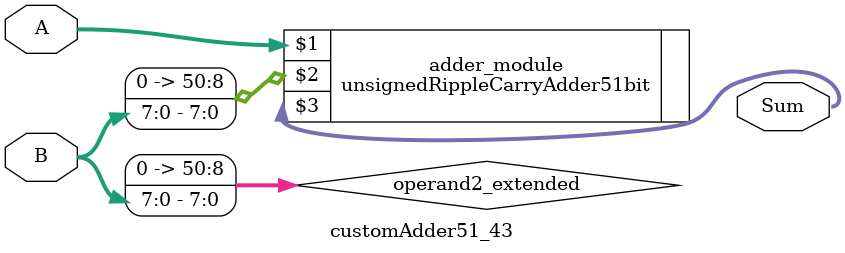
<source format=v>
module customAdder51_43(
                        input [50 : 0] A,
                        input [7 : 0] B,
                        
                        output [51 : 0] Sum
                );

        wire [50 : 0] operand2_extended;
        
        assign operand2_extended =  {43'b0, B};
        
        unsignedRippleCarryAdder51bit adder_module(
            A,
            operand2_extended,
            Sum
        );
        
        endmodule
        
</source>
